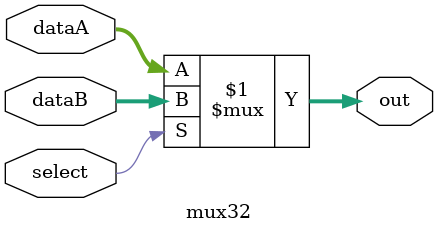
<source format=v>
`timescale 1ns / 1ps


module mux32(
    input [31:0] dataA,
    input [31:0] dataB,
    input select,
    output [31:0] out
    );

    assign out = select ? dataB : dataA;
endmodule

</source>
